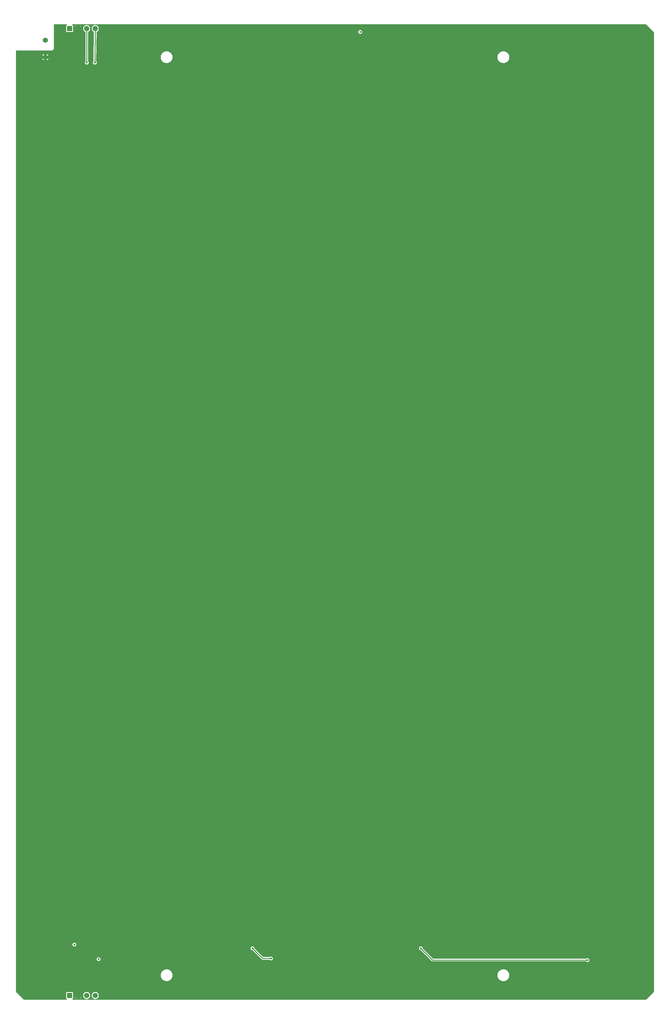
<source format=gbl>
G04 Layer: BottomLayer*
G04 EasyEDA v6.5.34, 2023-09-21 20:05:10*
G04 25a6d9880ab04e118feb333d8ddcd0f2,9bdec9015a8d4a8fb4e1132389f24c00,10*
G04 Gerber Generator version 0.2*
G04 Scale: 100 percent, Rotated: No, Reflected: No *
G04 Dimensions in millimeters *
G04 leading zeros omitted , absolute positions ,4 integer and 5 decimal *
%FSLAX45Y45*%
%MOMM*%

%ADD10C,2.0000*%
%ADD11C,0.2540*%
%ADD12R,1.5748X1.5748*%
%ADD13C,1.5748*%
%ADD14C,1.5240*%
%ADD15C,0.6200*%
%ADD16C,0.0132*%

%LPD*%
G36*
X764794Y526034D02*
G01*
X760933Y526796D01*
X757631Y529031D01*
X529031Y757631D01*
X526796Y760933D01*
X526034Y764794D01*
X526034Y28689757D01*
X526796Y28693668D01*
X529031Y28696970D01*
X532282Y28699155D01*
X536194Y28699917D01*
X1598980Y28699917D01*
X1600708Y28700628D01*
X1649272Y28749244D01*
X1649984Y28750920D01*
X1649984Y29464000D01*
X1650746Y29467860D01*
X1652981Y29471162D01*
X1656283Y29473398D01*
X1660143Y29474160D01*
X2033574Y29474160D01*
X2037842Y29473245D01*
X2041296Y29470603D01*
X2043379Y29466743D01*
X2043633Y29462374D01*
X2042007Y29458310D01*
X2038857Y29455313D01*
X2029053Y29451960D01*
X2024125Y29448861D01*
X2020062Y29444797D01*
X2016963Y29439870D01*
X2015083Y29434434D01*
X2014372Y29428135D01*
X2014372Y29271772D01*
X2015083Y29265473D01*
X2016963Y29259987D01*
X2020062Y29255110D01*
X2024125Y29250995D01*
X2029053Y29247896D01*
X2034489Y29246017D01*
X2040839Y29245306D01*
X2197150Y29245306D01*
X2203500Y29246017D01*
X2208936Y29247896D01*
X2213864Y29250995D01*
X2217928Y29255110D01*
X2221026Y29259987D01*
X2222906Y29265473D01*
X2223668Y29271772D01*
X2223668Y29428135D01*
X2222906Y29434434D01*
X2221026Y29439870D01*
X2217928Y29444797D01*
X2213864Y29448861D01*
X2208936Y29451960D01*
X2199132Y29455313D01*
X2195982Y29458310D01*
X2194356Y29462374D01*
X2194610Y29466743D01*
X2196693Y29470603D01*
X2200148Y29473245D01*
X2204415Y29474160D01*
X2615539Y29474160D01*
X2619857Y29473194D01*
X2623362Y29470502D01*
X2625344Y29466539D01*
X2625496Y29462120D01*
X2623769Y29458056D01*
X2620416Y29455110D01*
X2616200Y29453839D01*
X2613355Y29453687D01*
X2599893Y29450995D01*
X2586939Y29446626D01*
X2574696Y29440530D01*
X2563317Y29432961D01*
X2553004Y29423918D01*
X2544013Y29413657D01*
X2536393Y29402277D01*
X2530348Y29389984D01*
X2525928Y29377030D01*
X2523286Y29363619D01*
X2522372Y29349953D01*
X2523286Y29336288D01*
X2525928Y29322877D01*
X2530348Y29309923D01*
X2536393Y29297630D01*
X2544013Y29286250D01*
X2553004Y29275938D01*
X2563317Y29266946D01*
X2574696Y29259326D01*
X2583027Y29255212D01*
X2586024Y29252976D01*
X2588006Y29249827D01*
X2588717Y29246118D01*
X2591257Y28385770D01*
X2590698Y28382366D01*
X2588971Y28379369D01*
X2582875Y28371800D01*
X2578150Y28363367D01*
X2574950Y28354274D01*
X2573324Y28344774D01*
X2573324Y28335122D01*
X2574950Y28325622D01*
X2578150Y28316529D01*
X2582875Y28308096D01*
X2588920Y28300578D01*
X2596184Y28294228D01*
X2604414Y28289148D01*
X2613355Y28285541D01*
X2622753Y28283509D01*
X2632405Y28283103D01*
X2641955Y28284322D01*
X2651201Y28287167D01*
X2659837Y28291536D01*
X2667558Y28297225D01*
X2674264Y28304236D01*
X2679649Y28312211D01*
X2683611Y28321000D01*
X2686050Y28330347D01*
X2686862Y28339948D01*
X2686050Y28349549D01*
X2683611Y28358896D01*
X2679649Y28367685D01*
X2674264Y28375660D01*
X2671267Y28378759D01*
X2669184Y28381960D01*
X2668473Y28385770D01*
X2665933Y29246372D01*
X2666593Y29250081D01*
X2668574Y29253281D01*
X2671572Y29255516D01*
X2679293Y29259326D01*
X2690672Y29266946D01*
X2700985Y29275938D01*
X2709976Y29286250D01*
X2717596Y29297630D01*
X2723642Y29309923D01*
X2728061Y29322877D01*
X2730703Y29336288D01*
X2731617Y29349953D01*
X2730703Y29363619D01*
X2728061Y29377030D01*
X2723642Y29389984D01*
X2717596Y29402277D01*
X2709976Y29413657D01*
X2700985Y29423918D01*
X2690672Y29432961D01*
X2679293Y29440530D01*
X2667050Y29446626D01*
X2654096Y29450995D01*
X2640634Y29453687D01*
X2637790Y29453839D01*
X2633573Y29455110D01*
X2630220Y29458056D01*
X2628493Y29462120D01*
X2628646Y29466539D01*
X2630627Y29470502D01*
X2634132Y29473194D01*
X2638450Y29474160D01*
X2869539Y29474160D01*
X2873857Y29473194D01*
X2877362Y29470502D01*
X2879344Y29466539D01*
X2879496Y29462120D01*
X2877769Y29458056D01*
X2874416Y29455110D01*
X2870200Y29453839D01*
X2867355Y29453687D01*
X2853893Y29450995D01*
X2840939Y29446626D01*
X2828696Y29440530D01*
X2817317Y29432961D01*
X2807004Y29423918D01*
X2798013Y29413657D01*
X2790393Y29402277D01*
X2784348Y29389984D01*
X2779928Y29377030D01*
X2777286Y29363619D01*
X2776372Y29349953D01*
X2777286Y29336288D01*
X2779928Y29322877D01*
X2784348Y29309923D01*
X2790393Y29297630D01*
X2798013Y29286250D01*
X2807004Y29275938D01*
X2817317Y29266946D01*
X2828696Y29259326D01*
X2835605Y29255923D01*
X2838602Y29253637D01*
X2840583Y29250436D01*
X2841244Y29246677D01*
X2831896Y28386379D01*
X2831287Y28383026D01*
X2829610Y28380080D01*
X2822854Y28371800D01*
X2818180Y28363367D01*
X2814980Y28354274D01*
X2813304Y28344774D01*
X2813304Y28335122D01*
X2814980Y28325622D01*
X2818180Y28316529D01*
X2822854Y28308096D01*
X2828950Y28300578D01*
X2836164Y28294228D01*
X2844393Y28289148D01*
X2853334Y28285541D01*
X2862783Y28283509D01*
X2872384Y28283103D01*
X2881985Y28284322D01*
X2891180Y28287167D01*
X2899816Y28291536D01*
X2907588Y28297225D01*
X2914243Y28304236D01*
X2919628Y28312211D01*
X2923641Y28321000D01*
X2926029Y28330347D01*
X2926842Y28339948D01*
X2926029Y28349549D01*
X2923641Y28358896D01*
X2919628Y28367685D01*
X2914243Y28375660D01*
X2911906Y28378099D01*
X2909824Y28381401D01*
X2909112Y28385211D01*
X2918460Y29245814D01*
X2919171Y29249471D01*
X2921152Y29252570D01*
X2924149Y29254805D01*
X2933293Y29259326D01*
X2944672Y29266946D01*
X2954985Y29275938D01*
X2963976Y29286250D01*
X2971596Y29297630D01*
X2977642Y29309923D01*
X2982061Y29322877D01*
X2984703Y29336288D01*
X2985617Y29349953D01*
X2984703Y29363619D01*
X2982061Y29377030D01*
X2977642Y29389984D01*
X2971596Y29402277D01*
X2963976Y29413657D01*
X2954985Y29423918D01*
X2944672Y29432961D01*
X2933293Y29440530D01*
X2921050Y29446626D01*
X2908096Y29450995D01*
X2894634Y29453687D01*
X2891790Y29453839D01*
X2887573Y29455110D01*
X2884220Y29458056D01*
X2882493Y29462120D01*
X2882646Y29466539D01*
X2884627Y29470502D01*
X2888132Y29473194D01*
X2892450Y29474160D01*
X19234912Y29474160D01*
X19238772Y29473398D01*
X19242074Y29471162D01*
X19470928Y29242308D01*
X19473164Y29239006D01*
X19473926Y29235146D01*
X19473926Y764794D01*
X19473164Y760933D01*
X19470928Y757631D01*
X19242328Y529031D01*
X19239026Y526796D01*
X19235166Y526034D01*
X2896057Y526034D01*
X2891942Y526897D01*
X2888488Y529437D01*
X2886405Y533095D01*
X2885998Y537311D01*
X2887319Y541375D01*
X2890215Y544474D01*
X2894076Y546150D01*
X2908096Y548944D01*
X2921050Y553313D01*
X2933293Y559409D01*
X2944672Y566978D01*
X2954985Y576021D01*
X2963976Y586282D01*
X2971596Y597662D01*
X2977642Y609955D01*
X2982061Y622909D01*
X2984703Y636320D01*
X2985617Y649986D01*
X2984703Y663651D01*
X2982061Y677062D01*
X2977642Y690016D01*
X2971596Y702310D01*
X2963976Y713689D01*
X2954985Y724001D01*
X2944672Y732993D01*
X2933293Y740613D01*
X2921050Y746658D01*
X2908096Y751078D01*
X2894634Y753719D01*
X2881020Y754634D01*
X2867355Y753719D01*
X2853893Y751078D01*
X2840939Y746658D01*
X2828696Y740613D01*
X2817317Y732993D01*
X2807004Y724001D01*
X2798013Y713689D01*
X2790393Y702310D01*
X2784348Y690016D01*
X2779928Y677062D01*
X2777286Y663651D01*
X2776372Y649986D01*
X2777286Y636320D01*
X2779928Y622909D01*
X2784348Y609955D01*
X2790393Y597662D01*
X2798013Y586282D01*
X2807004Y576021D01*
X2817317Y566978D01*
X2828696Y559409D01*
X2840939Y553313D01*
X2853893Y548944D01*
X2867914Y546150D01*
X2871774Y544474D01*
X2874670Y541375D01*
X2875991Y537311D01*
X2875584Y533095D01*
X2873502Y529437D01*
X2870047Y526897D01*
X2865932Y526034D01*
X2642057Y526034D01*
X2637942Y526897D01*
X2634488Y529437D01*
X2632405Y533095D01*
X2631998Y537311D01*
X2633319Y541375D01*
X2636215Y544474D01*
X2640076Y546150D01*
X2654096Y548944D01*
X2667050Y553313D01*
X2679293Y559409D01*
X2690672Y566978D01*
X2700985Y576021D01*
X2709976Y586282D01*
X2717596Y597662D01*
X2723642Y609955D01*
X2728061Y622909D01*
X2730703Y636320D01*
X2731617Y649986D01*
X2730703Y663651D01*
X2728061Y677062D01*
X2723642Y690016D01*
X2717596Y702310D01*
X2709976Y713689D01*
X2700985Y724001D01*
X2690672Y732993D01*
X2679293Y740613D01*
X2667050Y746658D01*
X2654096Y751078D01*
X2640634Y753719D01*
X2627020Y754634D01*
X2613355Y753719D01*
X2599893Y751078D01*
X2586939Y746658D01*
X2574696Y740613D01*
X2563317Y732993D01*
X2553004Y724001D01*
X2544013Y713689D01*
X2536393Y702310D01*
X2530348Y690016D01*
X2525928Y677062D01*
X2523286Y663651D01*
X2522372Y649986D01*
X2523286Y636320D01*
X2525928Y622909D01*
X2530348Y609955D01*
X2536393Y597662D01*
X2544013Y586282D01*
X2553004Y576021D01*
X2563317Y566978D01*
X2574696Y559409D01*
X2586939Y553313D01*
X2599893Y548944D01*
X2613914Y546150D01*
X2617774Y544474D01*
X2620670Y541375D01*
X2621991Y537311D01*
X2621584Y533095D01*
X2619502Y529437D01*
X2616047Y526897D01*
X2611932Y526034D01*
X2206040Y526034D01*
X2202078Y526846D01*
X2198725Y529132D01*
X2196541Y532536D01*
X2195880Y536498D01*
X2196795Y540461D01*
X2199182Y543712D01*
X2202688Y545795D01*
X2208936Y547979D01*
X2213864Y551078D01*
X2217928Y555142D01*
X2221026Y560070D01*
X2222906Y565505D01*
X2223668Y571804D01*
X2223668Y728167D01*
X2222906Y734466D01*
X2221026Y739952D01*
X2217928Y744829D01*
X2213864Y748944D01*
X2208936Y752043D01*
X2203500Y753922D01*
X2197150Y754634D01*
X2040839Y754634D01*
X2034489Y753922D01*
X2029053Y752043D01*
X2024125Y748944D01*
X2020062Y744829D01*
X2016963Y739952D01*
X2015083Y734466D01*
X2014372Y728167D01*
X2014372Y571804D01*
X2015083Y565505D01*
X2016963Y560070D01*
X2020062Y555142D01*
X2024125Y551078D01*
X2029053Y547979D01*
X2035302Y545795D01*
X2038807Y543712D01*
X2041194Y540461D01*
X2042109Y536498D01*
X2041448Y532536D01*
X2039264Y529132D01*
X2035911Y526846D01*
X2031949Y526034D01*
G37*

%LPC*%
G36*
X2418740Y556158D02*
G01*
X2425293Y559409D01*
X2436672Y566978D01*
X2446985Y576021D01*
X2455976Y586282D01*
X2463596Y597662D01*
X2466848Y604266D01*
X2418740Y604266D01*
G37*
G36*
X2327300Y556158D02*
G01*
X2327300Y604266D01*
X2279142Y604266D01*
X2282393Y597662D01*
X2290013Y586282D01*
X2299004Y576021D01*
X2309317Y566978D01*
X2320696Y559409D01*
G37*
G36*
X2279142Y695706D02*
G01*
X2327300Y695706D01*
X2327300Y743864D01*
X2320696Y740613D01*
X2309317Y732993D01*
X2299004Y724001D01*
X2290013Y713689D01*
X2282393Y702310D01*
G37*
G36*
X2418740Y695706D02*
G01*
X2466848Y695706D01*
X2463596Y702310D01*
X2455976Y713689D01*
X2446985Y724001D01*
X2436672Y732993D01*
X2425293Y740613D01*
X2418740Y743864D01*
G37*
G36*
X15004491Y1074166D02*
G01*
X15022576Y1075537D01*
X15040356Y1078788D01*
X15057780Y1083868D01*
X15074544Y1090676D01*
X15090495Y1099210D01*
X15105532Y1109319D01*
X15119451Y1120902D01*
X15132100Y1133856D01*
X15143327Y1148080D01*
X15153030Y1163370D01*
X15161158Y1179525D01*
X15167508Y1196492D01*
X15172131Y1214018D01*
X15174925Y1231900D01*
X15175839Y1249984D01*
X15174925Y1268069D01*
X15172131Y1285951D01*
X15167508Y1303477D01*
X15161158Y1320444D01*
X15153030Y1336598D01*
X15143327Y1351889D01*
X15132100Y1366113D01*
X15119451Y1379067D01*
X15105532Y1390650D01*
X15090495Y1400759D01*
X15074544Y1409293D01*
X15057780Y1416100D01*
X15040356Y1421180D01*
X15022576Y1424432D01*
X15004491Y1425803D01*
X14986406Y1425346D01*
X14968423Y1423009D01*
X14950795Y1418894D01*
X14933726Y1412900D01*
X14917318Y1405229D01*
X14901773Y1395933D01*
X14887295Y1385062D01*
X14873986Y1372768D01*
X14862048Y1359154D01*
X14851532Y1344371D01*
X14842642Y1328623D01*
X14835378Y1312011D01*
X14829891Y1294790D01*
X14826183Y1277061D01*
X14824303Y1259027D01*
X14824303Y1240942D01*
X14826183Y1222908D01*
X14829891Y1205179D01*
X14835378Y1187958D01*
X14842642Y1171346D01*
X14851532Y1155598D01*
X14862048Y1140815D01*
X14873986Y1127201D01*
X14887295Y1114907D01*
X14901773Y1104036D01*
X14917318Y1094740D01*
X14933726Y1087069D01*
X14950795Y1081074D01*
X14968423Y1076960D01*
X14986406Y1074623D01*
G37*
G36*
X5004511Y1074166D02*
G01*
X5022596Y1075537D01*
X5040376Y1078788D01*
X5057800Y1083868D01*
X5074564Y1090676D01*
X5090515Y1099210D01*
X5105552Y1109319D01*
X5119471Y1120902D01*
X5132120Y1133856D01*
X5143347Y1148080D01*
X5153050Y1163370D01*
X5161178Y1179525D01*
X5167528Y1196492D01*
X5172151Y1214018D01*
X5174945Y1231900D01*
X5175859Y1249984D01*
X5174945Y1268069D01*
X5172151Y1285951D01*
X5167528Y1303477D01*
X5161178Y1320444D01*
X5153050Y1336598D01*
X5143347Y1351889D01*
X5132120Y1366113D01*
X5119471Y1379067D01*
X5105552Y1390650D01*
X5090515Y1400759D01*
X5074564Y1409293D01*
X5057800Y1416100D01*
X5040376Y1421180D01*
X5022596Y1424432D01*
X5004511Y1425803D01*
X4986426Y1425346D01*
X4968443Y1423009D01*
X4950815Y1418894D01*
X4933746Y1412900D01*
X4917338Y1405229D01*
X4901793Y1395933D01*
X4887315Y1385062D01*
X4874006Y1372768D01*
X4862068Y1359154D01*
X4851552Y1344371D01*
X4842662Y1328623D01*
X4835398Y1312011D01*
X4829911Y1294790D01*
X4826203Y1277061D01*
X4824323Y1259027D01*
X4824323Y1240942D01*
X4826203Y1222908D01*
X4829911Y1205179D01*
X4835398Y1187958D01*
X4842662Y1171346D01*
X4851552Y1155598D01*
X4862068Y1140815D01*
X4874006Y1127201D01*
X4887315Y1114907D01*
X4901793Y1104036D01*
X4917338Y1094740D01*
X4933746Y1087069D01*
X4950815Y1081074D01*
X4968443Y1076960D01*
X4986426Y1074623D01*
G37*
G36*
X17502378Y1643176D02*
G01*
X17511928Y1644396D01*
X17521174Y1647240D01*
X17529759Y1651558D01*
X17537531Y1657299D01*
X17544237Y1664258D01*
X17549622Y1672285D01*
X17553584Y1681073D01*
X17556022Y1690370D01*
X17556835Y1699971D01*
X17556022Y1709623D01*
X17553584Y1718919D01*
X17549622Y1727707D01*
X17544237Y1735734D01*
X17537531Y1742693D01*
X17529759Y1748434D01*
X17521174Y1752752D01*
X17511928Y1755597D01*
X17502378Y1756816D01*
X17492726Y1756410D01*
X17483328Y1754378D01*
X17474336Y1750771D01*
X17466157Y1745742D01*
X17460925Y1741119D01*
X17457826Y1739239D01*
X17454219Y1738579D01*
X12920167Y1738579D01*
X12916306Y1739392D01*
X12913004Y1741576D01*
X12609677Y2044852D01*
X12607645Y2047748D01*
X12606782Y2051202D01*
X12606020Y2059584D01*
X12603632Y2068931D01*
X12599619Y2077720D01*
X12594234Y2085695D01*
X12587579Y2092655D01*
X12579807Y2098395D01*
X12571171Y2102764D01*
X12561976Y2105558D01*
X12552426Y2106828D01*
X12542774Y2106371D01*
X12533325Y2104339D01*
X12524384Y2100783D01*
X12516154Y2095703D01*
X12508941Y2089353D01*
X12502845Y2081834D01*
X12498171Y2073402D01*
X12494971Y2064308D01*
X12493345Y2054809D01*
X12493345Y2045157D01*
X12494971Y2035657D01*
X12498171Y2026564D01*
X12502845Y2018131D01*
X12508941Y2010613D01*
X12516154Y2004263D01*
X12524384Y1999183D01*
X12533325Y1995627D01*
X12542774Y1993595D01*
X12548260Y1993341D01*
X12551918Y1992477D01*
X12555016Y1990394D01*
X12872313Y1673047D01*
X12878562Y1667916D01*
X12885216Y1664360D01*
X12892430Y1662175D01*
X12900456Y1661363D01*
X17454219Y1661363D01*
X17457826Y1660753D01*
X17460925Y1658874D01*
X17466157Y1654251D01*
X17474336Y1649222D01*
X17483328Y1645615D01*
X17492726Y1643583D01*
G37*
G36*
X2982417Y1673148D02*
G01*
X2991967Y1674418D01*
X3001213Y1677212D01*
X3009798Y1681581D01*
X3017570Y1687322D01*
X3024276Y1694281D01*
X3029661Y1702257D01*
X3033623Y1711045D01*
X3036062Y1720392D01*
X3036874Y1729993D01*
X3036062Y1739595D01*
X3033623Y1748942D01*
X3029661Y1757730D01*
X3024276Y1765706D01*
X3017570Y1772666D01*
X3009798Y1778406D01*
X3001213Y1782775D01*
X2991967Y1785569D01*
X2982417Y1786839D01*
X2972765Y1786382D01*
X2963367Y1784350D01*
X2954375Y1780793D01*
X2946196Y1775714D01*
X2938932Y1769364D01*
X2932887Y1761845D01*
X2928162Y1753412D01*
X2924962Y1744319D01*
X2923336Y1734820D01*
X2923336Y1725168D01*
X2924962Y1715668D01*
X2928162Y1706575D01*
X2932887Y1698142D01*
X2938932Y1690624D01*
X2946196Y1684274D01*
X2954375Y1679193D01*
X2963367Y1675638D01*
X2972765Y1673606D01*
G37*
G36*
X8102396Y1693164D02*
G01*
X8111947Y1694383D01*
X8121192Y1697228D01*
X8129778Y1701546D01*
X8137550Y1707286D01*
X8144256Y1714246D01*
X8149640Y1722272D01*
X8153603Y1731060D01*
X8156041Y1740357D01*
X8156854Y1749958D01*
X8156041Y1759610D01*
X8153603Y1768906D01*
X8149640Y1777695D01*
X8144256Y1785721D01*
X8137550Y1792681D01*
X8129778Y1798421D01*
X8121192Y1802739D01*
X8111947Y1805584D01*
X8102396Y1806803D01*
X8092744Y1806397D01*
X8083346Y1804365D01*
X8074355Y1800758D01*
X8066176Y1795729D01*
X8060944Y1791106D01*
X8057845Y1789226D01*
X8054238Y1788566D01*
X7870190Y1788566D01*
X7866329Y1789379D01*
X7863027Y1791563D01*
X7609687Y2044903D01*
X7607655Y2047798D01*
X7606741Y2051202D01*
X7606030Y2059584D01*
X7603642Y2068931D01*
X7599629Y2077720D01*
X7594244Y2085695D01*
X7587589Y2092655D01*
X7579817Y2098395D01*
X7571181Y2102764D01*
X7561986Y2105558D01*
X7552436Y2106828D01*
X7542784Y2106371D01*
X7533335Y2104339D01*
X7524394Y2100783D01*
X7516164Y2095703D01*
X7508951Y2089353D01*
X7502855Y2081834D01*
X7498181Y2073402D01*
X7494981Y2064308D01*
X7493355Y2054809D01*
X7493355Y2045157D01*
X7494981Y2035657D01*
X7498181Y2026564D01*
X7502855Y2018131D01*
X7508951Y2010613D01*
X7516164Y2004263D01*
X7524394Y1999183D01*
X7533335Y1995627D01*
X7542784Y1993595D01*
X7548270Y1993341D01*
X7551928Y1992477D01*
X7555026Y1990394D01*
X7822336Y1723034D01*
X7828584Y1717903D01*
X7835239Y1714347D01*
X7842503Y1712163D01*
X7850479Y1711350D01*
X8054238Y1711350D01*
X8057845Y1710740D01*
X8060944Y1708861D01*
X8066176Y1704238D01*
X8074355Y1699209D01*
X8083346Y1695602D01*
X8092744Y1693570D01*
G37*
G36*
X2262428Y2103170D02*
G01*
X2271979Y2104390D01*
X2281174Y2107234D01*
X2289810Y2111552D01*
X2297582Y2117293D01*
X2304237Y2124252D01*
X2309622Y2132279D01*
X2313635Y2141067D01*
X2316022Y2150364D01*
X2316886Y2159965D01*
X2316022Y2169617D01*
X2313635Y2178913D01*
X2309622Y2187702D01*
X2304237Y2195728D01*
X2297582Y2202688D01*
X2289810Y2208428D01*
X2281174Y2212746D01*
X2271979Y2215591D01*
X2262428Y2216810D01*
X2252776Y2216404D01*
X2243328Y2214372D01*
X2234387Y2210765D01*
X2226157Y2205736D01*
X2218944Y2199335D01*
X2212848Y2191816D01*
X2208174Y2183434D01*
X2204974Y2174341D01*
X2203348Y2164791D01*
X2203348Y2155190D01*
X2204974Y2145639D01*
X2208174Y2136546D01*
X2212848Y2128164D01*
X2218944Y2120646D01*
X2226157Y2114245D01*
X2234387Y2109216D01*
X2243328Y2105609D01*
X2252776Y2103577D01*
G37*
G36*
X15004491Y28324098D02*
G01*
X15022576Y28325521D01*
X15040356Y28328772D01*
X15057780Y28333801D01*
X15074544Y28340659D01*
X15090495Y28349143D01*
X15105532Y28359252D01*
X15119451Y28370834D01*
X15132100Y28383839D01*
X15143327Y28398012D01*
X15153030Y28413303D01*
X15161158Y28429508D01*
X15167508Y28446476D01*
X15172131Y28463951D01*
X15174925Y28481832D01*
X15175839Y28499917D01*
X15174925Y28518053D01*
X15172131Y28535934D01*
X15167508Y28553410D01*
X15161158Y28570377D01*
X15153030Y28586582D01*
X15143327Y28601873D01*
X15132100Y28616046D01*
X15119451Y28629051D01*
X15105532Y28640633D01*
X15090495Y28650742D01*
X15074544Y28659226D01*
X15057780Y28666084D01*
X15040356Y28671113D01*
X15022576Y28674364D01*
X15004491Y28675787D01*
X14986406Y28675330D01*
X14968423Y28672993D01*
X14950795Y28668827D01*
X14933726Y28662884D01*
X14917318Y28655213D01*
X14901773Y28645865D01*
X14887295Y28634994D01*
X14873986Y28622701D01*
X14862048Y28609086D01*
X14851532Y28594354D01*
X14842642Y28578606D01*
X14835378Y28561995D01*
X14829891Y28544723D01*
X14826183Y28526994D01*
X14824303Y28509010D01*
X14824303Y28490875D01*
X14826183Y28472892D01*
X14829891Y28455162D01*
X14835378Y28437890D01*
X14842642Y28421279D01*
X14851532Y28405531D01*
X14862048Y28390799D01*
X14873986Y28377184D01*
X14887295Y28364891D01*
X14901773Y28354020D01*
X14917318Y28344672D01*
X14933726Y28337002D01*
X14950795Y28331058D01*
X14968423Y28326892D01*
X14986406Y28324556D01*
G37*
G36*
X5004511Y28324098D02*
G01*
X5022596Y28325521D01*
X5040376Y28328772D01*
X5057800Y28333801D01*
X5074564Y28340659D01*
X5090515Y28349143D01*
X5105552Y28359252D01*
X5119471Y28370834D01*
X5132120Y28383839D01*
X5143347Y28398012D01*
X5153050Y28413303D01*
X5161178Y28429508D01*
X5167528Y28446476D01*
X5172151Y28463951D01*
X5174945Y28481832D01*
X5175859Y28499917D01*
X5174945Y28518053D01*
X5172151Y28535934D01*
X5167528Y28553410D01*
X5161178Y28570377D01*
X5153050Y28586582D01*
X5143347Y28601873D01*
X5132120Y28616046D01*
X5119471Y28629051D01*
X5105552Y28640633D01*
X5090515Y28650742D01*
X5074564Y28659226D01*
X5057800Y28666084D01*
X5040376Y28671113D01*
X5022596Y28674364D01*
X5004511Y28675787D01*
X4986426Y28675330D01*
X4968443Y28672993D01*
X4950815Y28668827D01*
X4933746Y28662884D01*
X4917338Y28655213D01*
X4901793Y28645865D01*
X4887315Y28634994D01*
X4874006Y28622701D01*
X4862068Y28609086D01*
X4851552Y28594354D01*
X4842662Y28578606D01*
X4835398Y28561995D01*
X4829911Y28544723D01*
X4826203Y28526994D01*
X4824323Y28509010D01*
X4824323Y28490875D01*
X4826203Y28472892D01*
X4829911Y28455162D01*
X4835398Y28437890D01*
X4842662Y28421279D01*
X4851552Y28405531D01*
X4862068Y28390799D01*
X4874006Y28377184D01*
X4887315Y28364891D01*
X4901793Y28354020D01*
X4917338Y28344672D01*
X4933746Y28337002D01*
X4950815Y28331058D01*
X4968443Y28326892D01*
X4986426Y28324556D01*
G37*
G36*
X1355547Y28408172D02*
G01*
X1355547Y28455467D01*
X1308201Y28455467D01*
X1308862Y28453892D01*
X1315821Y28442158D01*
X1324305Y28431489D01*
X1334109Y28421990D01*
X1345082Y28413913D01*
G37*
G36*
X1444447Y28408274D02*
G01*
X1449070Y28410408D01*
X1460550Y28417774D01*
X1470964Y28426562D01*
X1480108Y28436671D01*
X1487830Y28447898D01*
X1491640Y28455467D01*
X1444447Y28455467D01*
G37*
G36*
X1444447Y28544367D02*
G01*
X1491640Y28544367D01*
X1487830Y28551987D01*
X1480108Y28563214D01*
X1470964Y28573323D01*
X1460550Y28582112D01*
X1449070Y28589477D01*
X1444447Y28591611D01*
G37*
G36*
X1308201Y28544367D02*
G01*
X1355547Y28544367D01*
X1355547Y28591713D01*
X1345082Y28585972D01*
X1334109Y28577895D01*
X1324305Y28568396D01*
X1315821Y28557727D01*
X1308862Y28545993D01*
G37*
G36*
X10752429Y29193083D02*
G01*
X10761980Y29194353D01*
X10771174Y29197147D01*
X10779810Y29201516D01*
X10787583Y29207256D01*
X10794238Y29214216D01*
X10799622Y29222192D01*
X10803636Y29230980D01*
X10806023Y29240327D01*
X10806887Y29249928D01*
X10806023Y29259530D01*
X10803636Y29268877D01*
X10799622Y29277665D01*
X10794238Y29285641D01*
X10787583Y29292600D01*
X10779810Y29298341D01*
X10771174Y29302710D01*
X10761980Y29305503D01*
X10752429Y29306774D01*
X10742777Y29306316D01*
X10733328Y29304284D01*
X10724388Y29300728D01*
X10716158Y29295648D01*
X10708944Y29289298D01*
X10702848Y29281780D01*
X10698175Y29273347D01*
X10694974Y29264254D01*
X10693349Y29254754D01*
X10693349Y29245102D01*
X10694974Y29235603D01*
X10698175Y29226510D01*
X10702848Y29218077D01*
X10708944Y29210558D01*
X10716158Y29204208D01*
X10724388Y29199128D01*
X10733328Y29195572D01*
X10742777Y29193540D01*
G37*
G36*
X2418740Y29256075D02*
G01*
X2425293Y29259326D01*
X2436672Y29266946D01*
X2446985Y29275938D01*
X2455976Y29286250D01*
X2463596Y29297630D01*
X2466848Y29304234D01*
X2418740Y29304234D01*
G37*
G36*
X2327300Y29256075D02*
G01*
X2327300Y29304234D01*
X2279142Y29304234D01*
X2282393Y29297630D01*
X2290013Y29286250D01*
X2299004Y29275938D01*
X2309317Y29266946D01*
X2320696Y29259326D01*
G37*
G36*
X2279142Y29395674D02*
G01*
X2327300Y29395674D01*
X2327300Y29443781D01*
X2320696Y29440530D01*
X2309317Y29432961D01*
X2299004Y29423918D01*
X2290013Y29413657D01*
X2282393Y29402277D01*
G37*
G36*
X2418740Y29395674D02*
G01*
X2466848Y29395674D01*
X2463596Y29402277D01*
X2455976Y29413657D01*
X2446985Y29423918D01*
X2436672Y29432961D01*
X2425293Y29440530D01*
X2418740Y29443781D01*
G37*

%LPD*%
D10*
X12499975Y27499945D02*
G01*
X12499975Y28899865D01*
X12499847Y27500071D02*
G01*
X12499847Y2500121D01*
D11*
X2629994Y28339943D02*
G01*
X2626995Y29349928D01*
X2869994Y28339943D02*
G01*
X2880995Y29349928D01*
D10*
X7502987Y28899865D02*
G01*
X4349991Y28899865D01*
X3570465Y28120339D01*
X2379472Y28120339D01*
X17500091Y27500071D02*
G01*
X17500091Y28149804D01*
X16750029Y28899865D01*
X7502987Y28899865D01*
X7502987Y27502949D01*
X7499982Y27499945D01*
X2372868Y29349954D02*
G01*
X2372868Y28556204D01*
X2379472Y28120339D01*
X2499868Y27999944D01*
X2499868Y27500071D01*
D11*
X12549969Y2049995D02*
G01*
X12899974Y1699996D01*
X13099976Y1699996D01*
X12549969Y2049995D02*
G01*
X12899974Y1699996D01*
X17499967Y1699996D01*
X7549989Y2049995D02*
G01*
X7850002Y1749983D01*
X8099983Y1749983D01*
D10*
X2499995Y27499945D02*
G01*
X2499995Y22499954D01*
X2499995Y22499954D02*
G01*
X2499995Y17499964D01*
X2499995Y17499964D02*
G01*
X2499995Y12499975D01*
X2499995Y12499975D02*
G01*
X2499995Y7499985D01*
X2499995Y7499985D02*
G01*
X2499995Y2499995D01*
X2372995Y649986D02*
G01*
X2369995Y652985D01*
X2369995Y1259997D01*
X2499995Y1389997D01*
X2499995Y2499995D01*
X7499982Y27499945D02*
G01*
X7499982Y22499954D01*
X7499858Y22499828D02*
G01*
X7499858Y17500092D01*
X7499858Y17500092D02*
G01*
X7499858Y12499847D01*
X7499858Y12499847D02*
G01*
X7499858Y2500121D01*
X17500091Y27500071D02*
G01*
X17500091Y2500121D01*
D12*
G01*
X2118995Y29349928D03*
D13*
G01*
X2372995Y29349928D03*
G01*
X2626995Y29349928D03*
G01*
X2880995Y29349928D03*
D12*
G01*
X2118995Y650011D03*
D13*
G01*
X2372995Y649986D03*
G01*
X2626995Y649986D03*
G01*
X2880995Y649986D03*
D14*
G01*
X1399997Y28999942D03*
G01*
X1399997Y28499943D03*
D15*
G01*
X2259990Y2159990D03*
G01*
X2980004Y1729994D03*
G01*
X10749991Y29249928D03*
G01*
X7549997Y2049983D03*
G01*
X8099983Y1749983D03*
G01*
X12549987Y2049983D03*
G01*
X17499965Y1699996D03*
G01*
X2499995Y27499945D03*
G01*
X2499995Y2499995D03*
G01*
X2499995Y7499985D03*
G01*
X2499995Y12499975D03*
G01*
X2499995Y17499964D03*
G01*
X2499995Y22499954D03*
G01*
X7499984Y27499945D03*
G01*
X7499984Y22499954D03*
G01*
X7499858Y17500092D03*
G01*
X7499984Y12499975D03*
G01*
X7499858Y7499858D03*
G01*
X7499984Y2499995D03*
G01*
X12499975Y2499995D03*
G01*
X12499975Y7499985D03*
G01*
X12499847Y12499847D03*
G01*
X12499975Y17499964D03*
G01*
X12499975Y22499954D03*
G01*
X12499975Y27499945D03*
G01*
X17500091Y27500071D03*
G01*
X17500091Y22499828D03*
G01*
X17499965Y17499964D03*
G01*
X17499965Y12499975D03*
G01*
X17500091Y7499858D03*
G01*
X17500091Y2500121D03*
G01*
X2869996Y28339948D03*
G01*
X2629992Y28339948D03*
M02*

</source>
